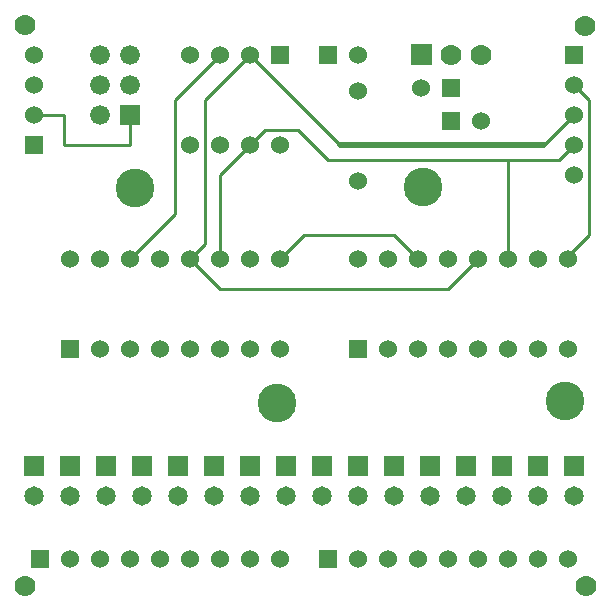
<source format=gbl>
From 3415aebf4f28070bce5ed74414ab1c8780e4f4d7 Mon Sep 17 00:00:00 2001
From: Max Christian Pohle
Date: Mon, 5 Jun 2017 16:22:16 +0200
Subject: Restructured directory to get everything together

---
 output/binwatch-mini.gbl | 317 -----------------------------------------------
 1 file changed, 317 deletions(-)
 delete mode 100644 output/binwatch-mini.gbl

(limited to 'output/binwatch-mini.gbl')

diff --git a/output/binwatch-mini.gbl b/output/binwatch-mini.gbl
deleted file mode 100644
index 0b158c9..0000000
--- a/output/binwatch-mini.gbl
+++ /dev/null
@@ -1,317 +0,0 @@
-G04 start of page 3 for group 5 idx 5 *
-G04 Title: binwatch-mini, bottom *
-G04 Creator: pcb 4.0.0 *
-G04 CreationDate: Mon Apr 24 05:10:58 2017 UTC *
-G04 For: max *
-G04 Format: Gerber/RS-274X *
-G04 PCB-Dimensions (mm): 50.00 50.00 *
-G04 PCB-Coordinate-Origin: lower left *
-%MOMM*%
-%FSLAX43Y43*%
-%LNGBL*%
-%ADD32C,1.092*%
-%ADD31C,2.667*%
-%ADD30C,0.889*%
-%ADD29C,3.277*%
-%ADD28C,1.778*%
-%ADD27C,1.676*%
-%ADD26C,1.651*%
-%ADD25C,1.524*%
-%ADD24C,0.002*%
-%ADD23C,0.508*%
-%ADD22C,0.254*%
-G54D22*X47752Y43650D02*X49022Y42380D01*
-Y30950D01*
-X47244Y29172D01*
-X20320Y46190D02*X16510Y42380D01*
-X24384Y39840D02*X21590D01*
-X17780Y36030D02*X21590Y39840D01*
-X24384D02*X26924Y37300D01*
-X27940Y38570D02*X20320Y46190D01*
-X17780D02*X13970Y42380D01*
-X6096Y38570D02*X4572D01*
-Y41110D01*
-X2032D01*
-X5588Y38570D02*X10160D01*
-Y41110D01*
-X17780Y36030D02*Y28918D01*
-X26924Y37300D02*X46482D01*
-X42164Y28918D02*Y37300D01*
-X46482D02*X47752Y38570D01*
-G54D23*X45212D02*X27940D01*
-G54D22*X47752Y41110D02*X45212Y38570D01*
-X32512Y30950D02*X34544Y28918D01*
-X24892Y30950D02*X32512D01*
-X22860Y28918D02*X24892Y30950D01*
-X17780Y26378D02*X37084D01*
-X39624Y28918D01*
-X16510Y42380D02*Y30188D01*
-X13970Y42380D02*Y32728D01*
-X16510Y30188D02*X15240Y28918D01*
-X13970Y32728D02*X10160Y28918D01*
-X15240D02*X17780Y26378D01*
-G54D24*G36*
-X1270Y39332D02*Y37808D01*
-X2794D01*
-Y39332D01*
-X1270D01*
-G37*
-G54D25*X2032Y41110D03*
-Y43650D03*
-Y46190D03*
-G54D24*G36*
-X1778Y4280D02*Y2756D01*
-X3302D01*
-Y4280D01*
-X1778D01*
-G37*
-G36*
-X19494Y12218D02*Y10566D01*
-X21146D01*
-Y12218D01*
-X19494D01*
-G37*
-G36*
-X13398D02*Y10566D01*
-X15050D01*
-Y12218D01*
-X13398D01*
-G37*
-G36*
-X16446D02*Y10566D01*
-X18098D01*
-Y12218D01*
-X16446D01*
-G37*
-G54D26*X20320Y8852D03*
-X14224D03*
-X17272D03*
-G54D25*X15240Y3518D03*
-X17780D03*
-X20320D03*
-X22860D03*
-G54D24*G36*
-X22098Y46952D02*Y45428D01*
-X23622D01*
-Y46952D01*
-X22098D01*
-G37*
-G54D25*X22860Y38570D03*
-X20320Y46190D03*
-Y38570D03*
-X17780Y46190D03*
-X15240D03*
-Y38570D03*
-X17780D03*
-G54D24*G36*
-X4318Y22060D02*Y20536D01*
-X5842D01*
-Y22060D01*
-X4318D01*
-G37*
-G54D25*X7620Y21298D03*
-X10160D03*
-X12700D03*
-X15240D03*
-Y28918D03*
-X12700D03*
-X10160D03*
-X7620D03*
-X5080D03*
-G54D24*G36*
-X9322Y41948D02*Y40272D01*
-X10998D01*
-Y41948D01*
-X9322D01*
-G37*
-G54D27*X7620Y41110D03*
-X10160Y43650D03*
-X7620D03*
-X10160Y46190D03*
-X7620D03*
-G54D24*G36*
-X1206Y12218D02*Y10566D01*
-X2858D01*
-Y12218D01*
-X1206D01*
-G37*
-G36*
-X4254D02*Y10566D01*
-X5906D01*
-Y12218D01*
-X4254D01*
-G37*
-G36*
-X7302D02*Y10566D01*
-X8954D01*
-Y12218D01*
-X7302D01*
-G37*
-G36*
-X10350D02*Y10566D01*
-X12002D01*
-Y12218D01*
-X10350D01*
-G37*
-G54D26*X2032Y8852D03*
-X5080D03*
-X8128D03*
-X11176D03*
-G54D25*X5080Y3518D03*
-X7620D03*
-X10160D03*
-X12700D03*
-G54D24*G36*
-X46990Y46952D02*Y45428D01*
-X48514D01*
-Y46952D01*
-X46990D01*
-G37*
-G54D25*X47752Y43650D03*
-Y41110D03*
-Y38570D03*
-Y36030D03*
-X34798Y43396D03*
-G54D24*G36*
-X33909Y47079D02*Y45301D01*
-X35687D01*
-Y47079D01*
-X33909D01*
-G37*
-G36*
-X36576Y44158D02*Y42634D01*
-X38100D01*
-Y44158D01*
-X36576D01*
-G37*
-G36*
-Y41364D02*Y39840D01*
-X38100D01*
-Y41364D01*
-X36576D01*
-G37*
-G54D28*X37338Y46190D03*
-G54D25*X39878Y40602D03*
-G54D28*Y46190D03*
-G54D24*G36*
-X26162Y46952D02*Y45428D01*
-X27686D01*
-Y46952D01*
-X26162D01*
-G37*
-G54D25*X29464Y46190D03*
-Y35522D03*
-Y43142D03*
-G54D24*G36*
-X22542Y12218D02*Y10566D01*
-X24194D01*
-Y12218D01*
-X22542D01*
-G37*
-G54D26*X23368Y8852D03*
-G54D25*X17780Y21298D03*
-X20320D03*
-X22860D03*
-Y28918D03*
-X20320D03*
-X17780D03*
-G54D24*G36*
-X25590Y12218D02*Y10566D01*
-X27242D01*
-Y12218D01*
-X25590D01*
-G37*
-G36*
-X28638D02*Y10566D01*
-X30290D01*
-Y12218D01*
-X28638D01*
-G37*
-G36*
-X31686D02*Y10566D01*
-X33338D01*
-Y12218D01*
-X31686D01*
-G37*
-G36*
-X34734D02*Y10566D01*
-X36386D01*
-Y12218D01*
-X34734D01*
-G37*
-G54D26*X26416Y8852D03*
-X29464D03*
-X32512D03*
-X35560D03*
-G54D24*G36*
-X26162Y4280D02*Y2756D01*
-X27686D01*
-Y4280D01*
-X26162D01*
-G37*
-G54D25*X29464Y3518D03*
-X32004D03*
-G54D24*G36*
-X37782Y12218D02*Y10566D01*
-X39434D01*
-Y12218D01*
-X37782D01*
-G37*
-G36*
-X43878D02*Y10566D01*
-X45530D01*
-Y12218D01*
-X43878D01*
-G37*
-G36*
-X46926D02*Y10566D01*
-X48578D01*
-Y12218D01*
-X46926D01*
-G37*
-G54D26*X38608Y8852D03*
-X44704D03*
-X47752D03*
-G54D24*G36*
-X40830Y12218D02*Y10566D01*
-X42482D01*
-Y12218D01*
-X40830D01*
-G37*
-G54D26*X41656Y8852D03*
-G54D25*X34544Y3518D03*
-X37084D03*
-X39624D03*
-X42164D03*
-X44704D03*
-X47244D03*
-X37084Y21298D03*
-X39624D03*
-Y28918D03*
-X37084D03*
-G54D24*G36*
-X28702Y22060D02*Y20536D01*
-X30226D01*
-Y22060D01*
-X28702D01*
-G37*
-G54D25*X32004Y21298D03*
-X34544D03*
-Y28918D03*
-X32004D03*
-X29464D03*
-X42164Y21298D03*
-X44704D03*
-X47244D03*
-Y28918D03*
-X44704D03*
-X42164D03*
-G54D28*X48768Y1232D03*
-G54D29*X46990Y16853D03*
-G54D28*X1270Y48730D03*
-Y1232D03*
-X48641Y48603D03*
-G54D29*X22606Y16726D03*
-X34925Y35014D03*
-X10541Y34887D03*
-G54D30*G54D31*G54D30*G54D31*G54D30*G54D32*G54D30*G54D32*G54D30*G54D32*G54D30*M02*
-- 
cgit v1.2.3


</source>
